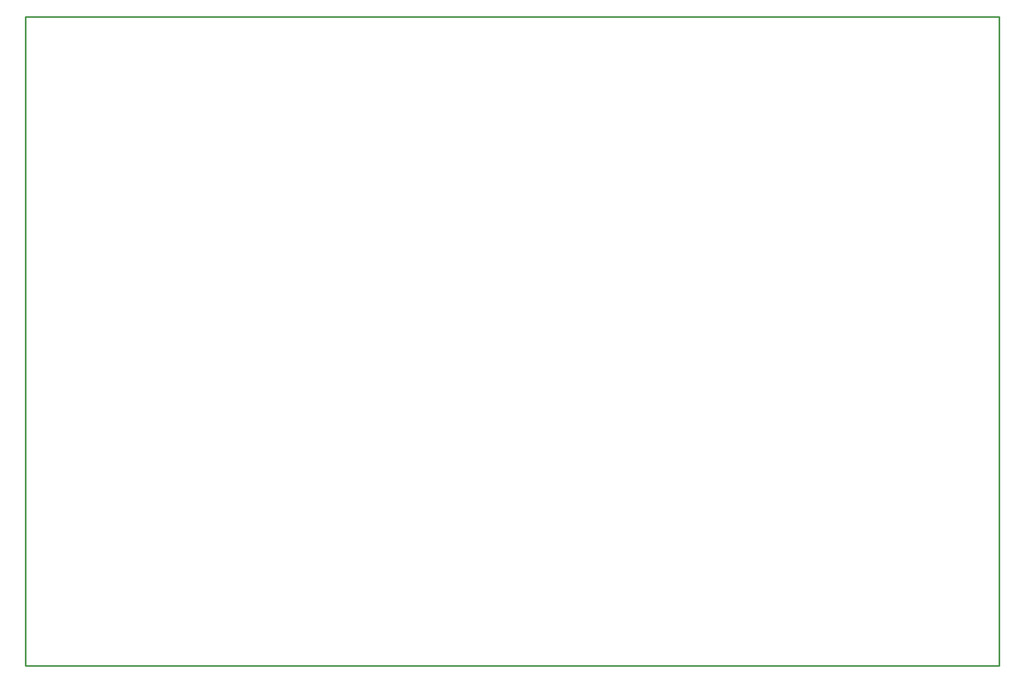
<source format=gko>
G04 Layer_Color=16711935*
%FSLAX25Y25*%
%MOIN*%
G70*
G01*
G75*
%ADD48C,0.01000*%
D48*
X1000Y400000D02*
X601000D01*
Y0D02*
Y400000D01*
X1000Y0D02*
X601000D01*
X1000D02*
Y400000D01*
M02*

</source>
